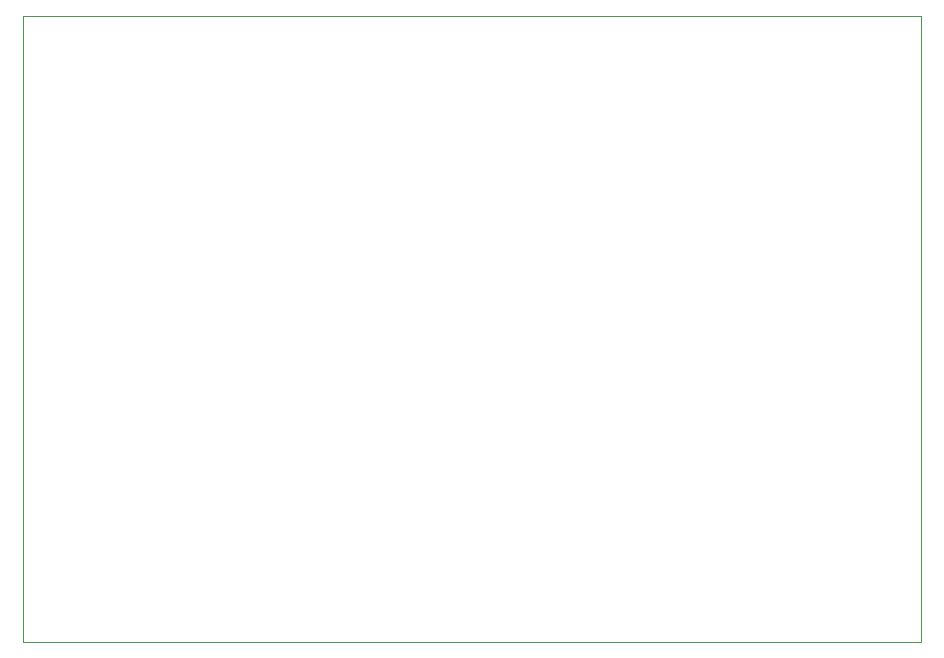
<source format=gm1>
%TF.GenerationSoftware,KiCad,Pcbnew,7.0.2*%
%TF.CreationDate,2023-05-01T19:45:28-04:00*%
%TF.ProjectId,esp32cam,65737033-3263-4616-9d2e-6b696361645f,rev?*%
%TF.SameCoordinates,Original*%
%TF.FileFunction,Profile,NP*%
%FSLAX46Y46*%
G04 Gerber Fmt 4.6, Leading zero omitted, Abs format (unit mm)*
G04 Created by KiCad (PCBNEW 7.0.2) date 2023-05-01 19:45:28*
%MOMM*%
%LPD*%
G01*
G04 APERTURE LIST*
%TA.AperFunction,Profile*%
%ADD10C,0.100000*%
%TD*%
G04 APERTURE END LIST*
D10*
X86410000Y-43350000D02*
X162410000Y-43350000D01*
X162410000Y-96350000D01*
X86410000Y-96350000D01*
X86410000Y-43350000D01*
M02*

</source>
